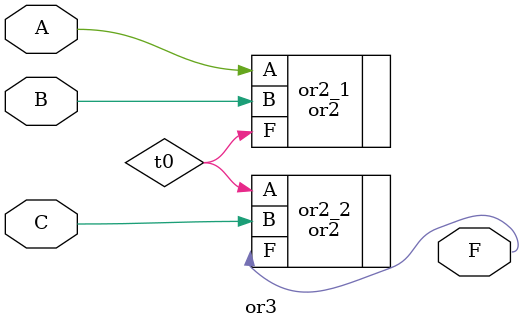
<source format=v>
`timescale 1ns / 1ps

module or3
  (input A, B, C, 
   output F);

wire t0;

or2 or2_1 (.A(A), .B(B), .F(t0));
or2 or2_2 (.A(t0),.B(C), .F(F));

endmodule



</source>
